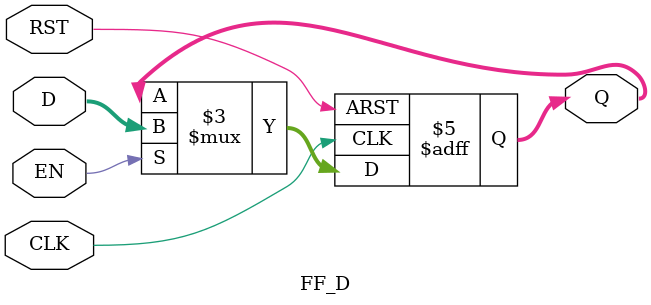
<source format=v>
`timescale 1ns / 1ps

module FF_D	#(parameter P = 32)( //REGISTRO DE 32 BITS
    
    //INPUTS
    input wire CLK,         //RELOJ DEL SISTEMA
    input wire RST,         //RESET
    input wire EN,          //ENABLE
    input wire [P-1:0] D,   //ENTRADA
    //OUTPUTS
    output reg [P-1:0] Q    //SALIDA
    );

    always @(posedge CLK, posedge RST)
    begin
        if(RST)
            Q <= 0;
        else if(EN)
            Q <= D;
        else
            Q <= Q;
    end

endmodule
</source>
